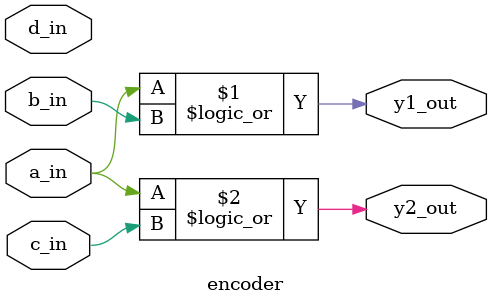
<source format=v>
`timescale 1ns / 1ps


module encoder(input a_in,
               input b_in,
               input c_in,
               input d_in,
               output y1_out,
               output y2_out

    );
    assign y1_out=a_in || b_in;
    assign y2_out= a_in || c_in;
endmodule

</source>
